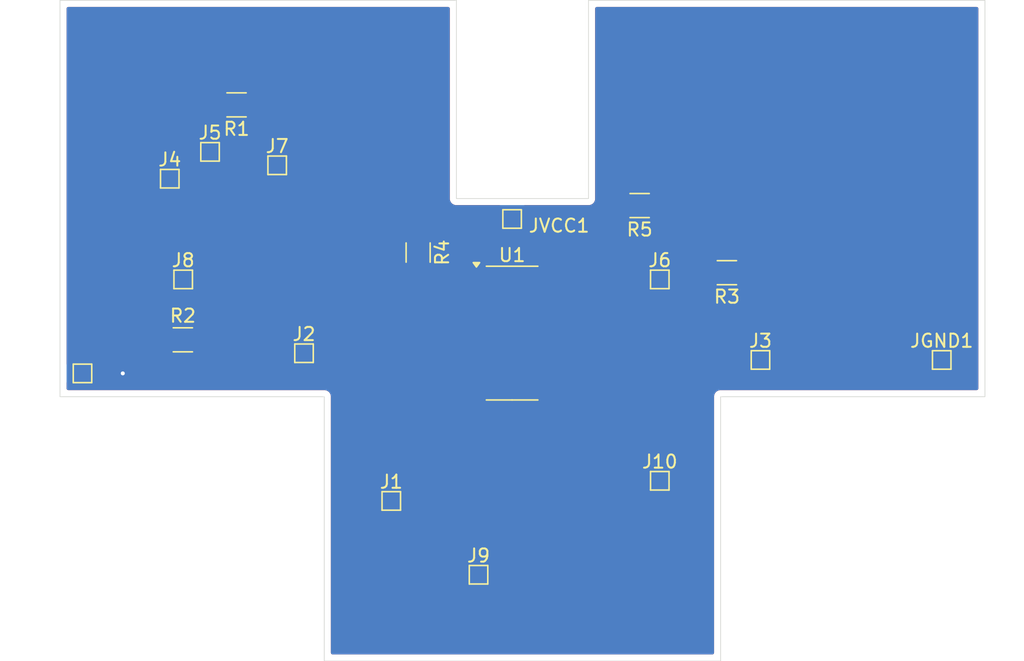
<source format=kicad_pcb>
(kicad_pcb (version 20240108) (generator "pcbnew") (generator_version "8.0")
  (layers (0 "F.Cu" signal) (31 "B.Cu" signal) (34 "B.Paste" user) (35 "F.Paste" user) (36 "B.SilkS" user "B.Silkscreen") (37 "F.SilkS" user "F.Silkscreen") (38 "B.Mask" user) (39 "F.Mask" user) (44 "Edge.Cuts" user))
  (net 0 "")
  (net 1 "Net-(J1-Pin_1)")
  (net 2 "Net-(J2-Pin_1)")
  (net 3 "Net-(J3-Pin_1)")
  (net 4 "Net-(J4-Pin_1)")
  (net 5 "Net-(J5-Pin_1)")
  (net 6 "Net-(J6-Pin_1)")
  (net 7 "Net-(J7-Pin_1)")
  (net 8 "Net-(J8-Pin_1)")
  (net 9 "Net-(J9-Pin_1)")
  (net 10 "Net-(J10-Pin_1)")
  (net 14 "+3.3V")
  (net 15 "GND")
  (net 16 "Net-(U1-~{EN})")
  (footprint "Resistor_SMD:R_1206_3216Metric_Pad1.30x1.75mm_HandSolder" (layer "F.Cu") (at 183.362 57.912 180)
    (property "Reference" "R1" (at 0 -1.82 180) (layer "F.SilkS"))
    (property "Value" "10K")
    (fp_line (start -0.727064 0.91) (end 0.727064 0.91) (stroke (width 0.12)) (layer "F.SilkS"))
    (fp_line (start -0.727064 -0.91) (end 0.727064 -0.91) (stroke (width 0.12)) (layer "F.SilkS"))
    (pad "1" smd roundrect (at -1.55 0 180) (size 1.3 1.75) (layers "F.Cu" "F.Paste" "F.Mask") (roundrect_rratio 0.192308) (net 15 "GND"))
    (pad "2" smd roundrect (at 1.55 0 180) (size 1.3 1.75) (layers "F.Cu" "F.Paste" "F.Mask") (roundrect_rratio 0.192308) (net 5 "Net-(J5-Pin_1)"))
  )
  (footprint "TestPoint:TestPoint_Pad_1.0x1.0mm" (layer "F.Cu") (at 201.676 93.472)
    (property "Reference" "J9" (at 0 -1.448 0) (layer "F.SilkS"))
    (property "Value" "Conn_01x01_Pin")
    (fp_line (start -0.7 -0.7) (end 0.7 -0.7) (stroke (width 0.12)) (layer "F.SilkS"))
    (fp_line (start -0.7 0.7) (end -0.7 -0.7) (stroke (width 0.12)) (layer "F.SilkS"))
    (fp_line (start 0.7 -0.7) (end 0.7 0.7) (stroke (width 0.12)) (layer "F.SilkS"))
    (fp_line (start 0.7 0.7) (end -0.7 0.7) (stroke (width 0.12)) (layer "F.SilkS"))
    (pad "1" smd rect (at 0 0) (size 1 1) (layers "F.Cu" "F.Mask") (net 9 "Net-(J9-Pin_1)"))
  )
  (footprint "TestPoint:TestPoint_Pad_1.0x1.0mm" (layer "F.Cu") (at 223.012 77.216)
    (property "Reference" "J3" (at 0 -1.448 0) (layer "F.SilkS"))
    (property "Value" "Conn_01x01_Pin")
    (fp_line (start -0.7 -0.7) (end 0.7 -0.7) (stroke (width 0.12)) (layer "F.SilkS"))
    (fp_line (start -0.7 0.7) (end -0.7 -0.7) (stroke (width 0.12)) (layer "F.SilkS"))
    (fp_line (start 0.7 -0.7) (end 0.7 0.7) (stroke (width 0.12)) (layer "F.SilkS"))
    (fp_line (start 0.7 0.7) (end -0.7 0.7) (stroke (width 0.12)) (layer "F.SilkS"))
    (pad "1" smd rect (at 0 0) (size 1 1) (layers "F.Cu" "F.Mask") (net 3 "Net-(J3-Pin_1)"))
  )
  (footprint "Package_SO:SO-16_3.9x9.9mm_P1.27mm" (layer "F.Cu") (at 204.216 75.184)
    (property "Reference" "U1" (at 0 -5.9 0) (layer "F.SilkS"))
    (property "Value" "74157")
    (fp_line (start 0 -5.06) (end -1.95 -5.06) (stroke (width 0.12)) (layer "F.SilkS"))
    (fp_line (start 0 -5.06) (end 1.95 -5.06) (stroke (width 0.12)) (layer "F.SilkS"))
    (fp_line (start 0 5.06) (end -1.95 5.06) (stroke (width 0.12)) (layer "F.SilkS"))
    (fp_line (start 0 5.06) (end 1.95 5.06) (stroke (width 0.12)) (layer "F.SilkS"))
    (fp_poly (pts (xy -2.7 -5.005) (xy -2.94 -5.335) (xy -2.46 -5.335) (xy -2.7 -5.005)) (stroke (width 0.12)) (fill solid) (layer "F.SilkS"))
    (pad "1" smd roundrect (at -2.575 -4.445) (size 1.75 0.6) (layers "F.Cu" "F.Paste" "F.Mask") (net 7 "Net-(J7-Pin_1)"))
    (pad "2" smd roundrect (at -2.575 -3.175) (size 1.75 0.6) (layers "F.Cu" "F.Paste" "F.Mask") (net 5 "Net-(J5-Pin_1)"))
    (pad "3" smd roundrect (at -2.575 -1.905) (size 1.75 0.6) (layers "F.Cu" "F.Paste" "F.Mask") (net 4 "Net-(J4-Pin_1)"))
    (pad "4" smd roundrect (at -2.575 -0.635) (size 1.75 0.6) (layers "F.Cu" "F.Paste" "F.Mask") (net 8 "Net-(J8-Pin_1)"))
    (pad "5" smd roundrect (at -2.575 0.635) (size 1.75 0.6) (layers "F.Cu" "F.Paste" "F.Mask") (net 2 "Net-(J2-Pin_1)"))
    (pad "6" smd roundrect (at -2.575 1.905) (size 1.75 0.6) (layers "F.Cu" "F.Paste" "F.Mask") (net 1 "Net-(J1-Pin_1)"))
    (pad "7" smd roundrect (at -2.575 3.175) (size 1.75 0.6) (layers "F.Cu" "F.Paste" "F.Mask") (net 9 "Net-(J9-Pin_1)"))
    (pad "8" smd roundrect (at -2.575 4.445) (size 1.75 0.6) (layers "F.Cu" "F.Paste" "F.Mask") (net 15 "GND"))
    (pad "9" smd roundrect (at 2.575 4.445) (size 1.75 0.6) (layers "F.Cu" "F.Paste" "F.Mask"))
    (pad "10" smd roundrect (at 2.575 3.175) (size 1.75 0.6) (layers "F.Cu" "F.Paste" "F.Mask"))
    (pad "11" smd roundrect (at 2.575 1.905) (size 1.75 0.6) (layers "F.Cu" "F.Paste" "F.Mask"))
    (pad "12" smd roundrect (at 2.575 0.635) (size 1.75 0.6) (layers "F.Cu" "F.Paste" "F.Mask") (net 10 "Net-(J10-Pin_1)"))
    (pad "13" smd roundrect (at 2.575 -0.635) (size 1.75 0.6) (layers "F.Cu" "F.Paste" "F.Mask") (net 3 "Net-(J3-Pin_1)"))
    (pad "14" smd roundrect (at 2.575 -1.905) (size 1.75 0.6) (layers "F.Cu" "F.Paste" "F.Mask") (net 6 "Net-(J6-Pin_1)"))
    (pad "15" smd roundrect (at 2.575 -3.175) (size 1.75 0.6) (layers "F.Cu" "F.Paste" "F.Mask") (net 16 "Net-(U1-~{EN})"))
    (pad "16" smd roundrect (at 2.575 -4.445) (size 1.75 0.6) (layers "F.Cu" "F.Paste" "F.Mask") (net 14 "+3.3V"))
  )
  (footprint "TestPoint:TestPoint_Pad_1.0x1.0mm" (layer "F.Cu") (at 179.324 71.12)
    (property "Reference" "J8" (at 0 -1.448 0) (layer "F.SilkS"))
    (property "Value" "Conn_01x01_Pin")
    (fp_line (start -0.7 -0.7) (end 0.7 -0.7) (stroke (width 0.12)) (layer "F.SilkS"))
    (fp_line (start -0.7 0.7) (end -0.7 -0.7) (stroke (width 0.12)) (layer "F.SilkS"))
    (fp_line (start 0.7 -0.7) (end 0.7 0.7) (stroke (width 0.12)) (layer "F.SilkS"))
    (fp_line (start 0.7 0.7) (end -0.7 0.7) (stroke (width 0.12)) (layer "F.SilkS"))
    (pad "1" smd rect (at 0 0) (size 1 1) (layers "F.Cu" "F.Mask") (net 8 "Net-(J8-Pin_1)"))
  )
  (footprint "TestPoint:TestPoint_Pad_1.0x1.0mm" (layer "F.Cu") (at 186.436 62.484)
    (property "Reference" "J7" (at 0 -1.448 0) (layer "F.SilkS"))
    (property "Value" "Conn_01x01_Pin")
    (fp_line (start -0.7 -0.7) (end 0.7 -0.7) (stroke (width 0.12)) (layer "F.SilkS"))
    (fp_line (start -0.7 0.7) (end -0.7 -0.7) (stroke (width 0.12)) (layer "F.SilkS"))
    (fp_line (start 0.7 -0.7) (end 0.7 0.7) (stroke (width 0.12)) (layer "F.SilkS"))
    (fp_line (start 0.7 0.7) (end -0.7 0.7) (stroke (width 0.12)) (layer "F.SilkS"))
    (pad "1" smd rect (at 0 0) (size 1 1) (layers "F.Cu" "F.Mask") (net 7 "Net-(J7-Pin_1)"))
  )
  (footprint "TestPoint:TestPoint_Pad_1.0x1.0mm" (layer "F.Cu") (at 195.072 87.884)
    (property "Reference" "J1" (at 0 -1.448 0) (layer "F.SilkS"))
    (property "Value" "Conn_01x01_Pin")
    (fp_line (start -0.7 -0.7) (end 0.7 -0.7) (stroke (width 0.12)) (layer "F.SilkS"))
    (fp_line (start -0.7 0.7) (end -0.7 -0.7) (stroke (width 0.12)) (layer "F.SilkS"))
    (fp_line (start 0.7 -0.7) (end 0.7 0.7) (stroke (width 0.12)) (layer "F.SilkS"))
    (fp_line (start 0.7 0.7) (end -0.7 0.7) (stroke (width 0.12)) (layer "F.SilkS"))
    (pad "1" smd rect (at 0 0) (size 1 1) (layers "F.Cu" "F.Mask") (net 1 "Net-(J1-Pin_1)"))
  )
  (footprint "Resistor_SMD:R_1206_3216Metric_Pad1.30x1.75mm_HandSolder" (layer "F.Cu") (at 220.472 70.612 180)
    (property "Reference" "R3" (at 0 -1.82 180) (layer "F.SilkS"))
    (property "Value" "10K")
    (fp_line (start -0.727064 0.91) (end 0.727064 0.91) (stroke (width 0.12)) (layer "F.SilkS"))
    (fp_line (start -0.727064 -0.91) (end 0.727064 -0.91) (stroke (width 0.12)) (layer "F.SilkS"))
    (pad "1" smd roundrect (at -1.55 0 180) (size 1.3 1.75) (layers "F.Cu" "F.Paste" "F.Mask") (roundrect_rratio 0.192308) (net 15 "GND"))
    (pad "2" smd roundrect (at 1.55 0 180) (size 1.3 1.75) (layers "F.Cu" "F.Paste" "F.Mask") (roundrect_rratio 0.192308) (net 6 "Net-(J6-Pin_1)"))
  )
  (footprint "TestPoint:TestPoint_Pad_1.0x1.0mm" (layer "F.Cu") (at 204.216 66.548)
    (property "Reference" "JVCC1" (at 3.556 0.508 0) (layer "F.SilkS"))
    (property "Value" "Conn_01x01_Pin")
    (fp_line (start -0.7 -0.7) (end 0.7 -0.7) (stroke (width 0.12)) (layer "F.SilkS"))
    (fp_line (start -0.7 0.7) (end -0.7 -0.7) (stroke (width 0.12)) (layer "F.SilkS"))
    (fp_line (start 0.7 -0.7) (end 0.7 0.7) (stroke (width 0.12)) (layer "F.SilkS"))
    (fp_line (start 0.7 0.7) (end -0.7 0.7) (stroke (width 0.12)) (layer "F.SilkS"))
    (pad "1" smd rect (at 0 0) (size 1 1) (layers "F.Cu" "F.Mask") (net 14 "+3.3V"))
  )
  (footprint "TestPoint:TestPoint_Pad_1.0x1.0mm" (layer "F.Cu") (at 178.308 63.5)
    (property "Reference" "J4" (at 0 -1.448 0) (layer "F.SilkS"))
    (property "Value" "Conn_01x01_Pin")
    (fp_line (start -0.7 -0.7) (end 0.7 -0.7) (stroke (width 0.12)) (layer "F.SilkS"))
    (fp_line (start -0.7 0.7) (end -0.7 -0.7) (stroke (width 0.12)) (layer "F.SilkS"))
    (fp_line (start 0.7 -0.7) (end 0.7 0.7) (stroke (width 0.12)) (layer "F.SilkS"))
    (fp_line (start 0.7 0.7) (end -0.7 0.7) (stroke (width 0.12)) (layer "F.SilkS"))
    (pad "1" smd rect (at 0 0) (size 1 1) (layers "F.Cu" "F.Mask") (net 4 "Net-(J4-Pin_1)"))
  )
  (footprint "Resistor_SMD:R_1206_3216Metric_Pad1.30x1.75mm_HandSolder" (layer "F.Cu") (at 197.104 69.088 -90)
    (property "Reference" "R4" (at 0 -1.82 90) (layer "F.SilkS"))
    (property "Value" "10K")
    (fp_line (start -0.727064 0.91) (end 0.727064 0.91) (stroke (width 0.12)) (layer "F.SilkS"))
    (fp_line (start -0.727064 -0.91) (end 0.727064 -0.91) (stroke (width 0.12)) (layer "F.SilkS"))
    (pad "1" smd roundrect (at -1.55 0 270) (size 1.3 1.75) (layers "F.Cu" "F.Paste" "F.Mask") (roundrect_rratio 0.192308) (net 14 "+3.3V"))
    (pad "2" smd roundrect (at 1.55 0 270) (size 1.3 1.75) (layers "F.Cu" "F.Paste" "F.Mask") (roundrect_rratio 0.192308) (net 7 "Net-(J7-Pin_1)"))
  )
  (footprint "Resistor_SMD:R_1206_3216Metric_Pad1.30x1.75mm_HandSolder" (layer "F.Cu") (at 213.868 65.532 180)
    (property "Reference" "R5" (at 0 -1.82 180) (layer "F.SilkS"))
    (property "Value" "10K")
    (fp_line (start -0.727064 0.91) (end 0.727064 0.91) (stroke (width 0.12)) (layer "F.SilkS"))
    (fp_line (start -0.727064 -0.91) (end 0.727064 -0.91) (stroke (width 0.12)) (layer "F.SilkS"))
    (pad "1" smd roundrect (at -1.55 0 180) (size 1.3 1.75) (layers "F.Cu" "F.Paste" "F.Mask") (roundrect_rratio 0.192308) (net 15 "GND"))
    (pad "2" smd roundrect (at 1.55 0 180) (size 1.3 1.75) (layers "F.Cu" "F.Paste" "F.Mask") (roundrect_rratio 0.192308) (net 16 "Net-(U1-~{EN})"))
  )
  (footprint "TestPoint:TestPoint_Pad_1.0x1.0mm" (layer "F.Cu") (at 171.704 78.232)
    (property "Reference" "JGND2" (hide yes))
    (property "Value" "Conn_01x01_Pin")
    (fp_line (start -0.7 -0.7) (end 0.7 -0.7) (stroke (width 0.12)) (layer "F.SilkS"))
    (fp_line (start -0.7 0.7) (end -0.7 -0.7) (stroke (width 0.12)) (layer "F.SilkS"))
    (fp_line (start 0.7 -0.7) (end 0.7 0.7) (stroke (width 0.12)) (layer "F.SilkS"))
    (fp_line (start 0.7 0.7) (end -0.7 0.7) (stroke (width 0.12)) (layer "F.SilkS"))
    (pad "1" smd rect (at 0 0) (size 1 1) (layers "F.Cu" "F.Mask") (net 15 "GND"))
  )
  (footprint "TestPoint:TestPoint_Pad_1.0x1.0mm" (layer "F.Cu") (at 236.728 77.216)
    (property "Reference" "JGND1" (at 0 -1.448 0) (layer "F.SilkS"))
    (property "Value" "Conn_01x01_Pin")
    (fp_line (start -0.7 -0.7) (end 0.7 -0.7) (stroke (width 0.12)) (layer "F.SilkS"))
    (fp_line (start -0.7 0.7) (end -0.7 -0.7) (stroke (width 0.12)) (layer "F.SilkS"))
    (fp_line (start 0.7 -0.7) (end 0.7 0.7) (stroke (width 0.12)) (layer "F.SilkS"))
    (fp_line (start 0.7 0.7) (end -0.7 0.7) (stroke (width 0.12)) (layer "F.SilkS"))
    (pad "1" smd rect (at 0 0) (size 1 1) (layers "F.Cu" "F.Mask") (net 15 "GND"))
  )
  (footprint "Resistor_SMD:R_1206_3216Metric_Pad1.30x1.75mm_HandSolder" (layer "F.Cu") (at 179.298 75.692)
    (property "Reference" "R2" (at 0 -1.82 0) (layer "F.SilkS"))
    (property "Value" "10K")
    (fp_line (start -0.727064 -0.91) (end 0.727064 -0.91) (stroke (width 0.12)) (layer "F.SilkS"))
    (fp_line (start -0.727064 0.91) (end 0.727064 0.91) (stroke (width 0.12)) (layer "F.SilkS"))
    (pad "1" smd roundrect (at -1.55 0) (size 1.3 1.75) (layers "F.Cu" "F.Paste" "F.Mask") (roundrect_rratio 0.192308) (net 15 "GND"))
    (pad "2" smd roundrect (at 1.55 0) (size 1.3 1.75) (layers "F.Cu" "F.Paste" "F.Mask") (roundrect_rratio 0.192308) (net 2 "Net-(J2-Pin_1)"))
  )
  (footprint "TestPoint:TestPoint_Pad_1.0x1.0mm" (layer "F.Cu") (at 215.392 71.12)
    (property "Reference" "J6" (at 0 -1.448 0) (layer "F.SilkS"))
    (property "Value" "Conn_01x01_Pin")
    (fp_line (start -0.7 -0.7) (end 0.7 -0.7) (stroke (width 0.12)) (layer "F.SilkS"))
    (fp_line (start -0.7 0.7) (end -0.7 -0.7) (stroke (width 0.12)) (layer "F.SilkS"))
    (fp_line (start 0.7 -0.7) (end 0.7 0.7) (stroke (width 0.12)) (layer "F.SilkS"))
    (fp_line (start 0.7 0.7) (end -0.7 0.7) (stroke (width 0.12)) (layer "F.SilkS"))
    (pad "1" smd rect (at 0 0) (size 1 1) (layers "F.Cu" "F.Mask") (net 6 "Net-(J6-Pin_1)"))
  )
  (footprint "TestPoint:TestPoint_Pad_1.0x1.0mm" (layer "F.Cu") (at 188.468 76.708)
    (property "Reference" "J2" (at 0 -1.448 0) (layer "F.SilkS"))
    (property "Value" "Conn_01x01_Pin")
    (fp_line (start -0.7 -0.7) (end 0.7 -0.7) (stroke (width 0.12)) (layer "F.SilkS"))
    (fp_line (start -0.7 0.7) (end -0.7 -0.7) (stroke (width 0.12)) (layer "F.SilkS"))
    (fp_line (start 0.7 -0.7) (end 0.7 0.7) (stroke (width 0.12)) (layer "F.SilkS"))
    (fp_line (start 0.7 0.7) (end -0.7 0.7) (stroke (width 0.12)) (layer "F.SilkS"))
    (pad "1" smd rect (at 0 0) (size 1 1) (layers "F.Cu" "F.Mask") (net 2 "Net-(J2-Pin_1)"))
  )
  (footprint "TestPoint:TestPoint_Pad_1.0x1.0mm" (layer "F.Cu") (at 215.392 86.36)
    (property "Reference" "J10" (at 0 -1.448 0) (layer "F.SilkS"))
    (property "Value" "Conn_01x01_Pin")
    (fp_line (start -0.7 -0.7) (end 0.7 -0.7) (stroke (width 0.12)) (layer "F.SilkS"))
    (fp_line (start -0.7 0.7) (end -0.7 -0.7) (stroke (width 0.12)) (layer "F.SilkS"))
    (fp_line (start 0.7 -0.7) (end 0.7 0.7) (stroke (width 0.12)) (layer "F.SilkS"))
    (fp_line (start 0.7 0.7) (end -0.7 0.7) (stroke (width 0.12)) (layer "F.SilkS"))
    (pad "1" smd rect (at 0 0) (size 1 1) (layers "F.Cu" "F.Mask") (net 10 "Net-(J10-Pin_1)"))
  )
  (footprint "TestPoint:TestPoint_Pad_1.0x1.0mm" (layer "F.Cu") (at 181.356 61.468)
    (property "Reference" "J5" (at 0 -1.448 0) (layer "F.SilkS"))
    (property "Value" "Conn_01x01_Pin")
    (fp_line (start -0.7 -0.7) (end 0.7 -0.7) (stroke (width 0.12)) (layer "F.SilkS"))
    (fp_line (start -0.7 0.7) (end -0.7 -0.7) (stroke (width 0.12)) (layer "F.SilkS"))
    (fp_line (start 0.7 -0.7) (end 0.7 0.7) (stroke (width 0.12)) (layer "F.SilkS"))
    (fp_line (start 0.7 0.7) (end -0.7 0.7) (stroke (width 0.12)) (layer "F.SilkS"))
    (pad "1" smd rect (at 0 0) (size 1 1) (layers "F.Cu" "F.Mask") (net 5 "Net-(J5-Pin_1)"))
  )
  (gr_poly (pts (xy 170 50) (xy 200 50) (xy 200 65) (xy 210 65) (xy 210 50) (xy 240 50) (xy 240 80) (xy 220 80) (xy 220 100) (xy 190 100) (xy 190 80) (xy 170 80)) (stroke (width 0.05)) (fill none) (layer "Edge.Cuts"))
  (segment (start 195.072 80.264) (end 195.072 87.884) (width 0.2) (layer "F.Cu") (net 1))
  (segment (start 201.641 77.089) (end 198.247 77.089) (width 0.2) (layer "F.Cu") (net 1))
  (segment (start 201.514 77.216) (end 201.641 77.089) (width 0.2) (layer "F.Cu") (net 1))
  (segment (start 198.247 77.089) (end 195.072 80.264) (width 0.2) (layer "F.Cu") (net 1))
  (segment (start 188.468 76.708) (end 181.864 76.708) (width 0.2) (layer "F.Cu") (net 2))
  (segment (start 201.641 75.819) (end 189.357 75.819) (width 0.2) (layer "F.Cu") (net 2))
  (segment (start 181.864 76.708) (end 180.848 75.692) (width 0.2) (layer "F.Cu") (net 2))
  (segment (start 189.357 75.819) (end 188.468 76.708) (width 0.2) (layer "F.Cu") (net 2))
  (segment (start 223.012 77.216) (end 220.345 74.549) (width 0.2) (layer "F.Cu") (net 3))
  (segment (start 206.791 74.549) (end 219.837 74.549) (width 0.2) (layer "F.Cu") (net 3))
  (segment (start 220.345 74.549) (end 219.837 74.549) (width 0.2) (layer "F.Cu") (net 3))
  (segment (start 178.308 63.5) (end 179.324 63.5) (width 0.2) (layer "F.Cu") (net 4))
  (segment (start 179.324 63.5) (end 188.976 73.152) (width 0.2) (layer "F.Cu") (net 4))
  (segment (start 193.167 73.279) (end 193.04 73.152) (width 0.2) (layer "F.Cu") (net 4))
  (segment (start 188.976 73.152) (end 193.04 73.152) (width 0.2) (layer "F.Cu") (net 4))
  (segment (start 201.641 73.279) (end 193.167 73.279) (width 0.2) (layer "F.Cu") (net 4))
  (segment (start 181.812 57.912) (end 181.812 61.012) (width 0.2) (layer "F.Cu") (net 5))
  (segment (start 190.881 72.009) (end 190.5 71.628) (width 0.2) (layer "F.Cu") (net 5))
  (segment (start 201.641 72.009) (end 190.881 72.009) (width 0.2) (layer "F.Cu") (net 5))
  (segment (start 190.5 70.612) (end 181.356 61.468) (width 0.2) (layer "F.Cu") (net 5))
  (segment (start 181.812 61.012) (end 181.356 61.468) (width 0.2) (layer "F.Cu") (net 5))
  (segment (start 190.5 71.628) (end 190.5 70.612) (width 0.2) (layer "F.Cu") (net 5))
  (segment (start 206.791 73.279) (end 216.789 73.279) (width 0.2) (layer "F.Cu") (net 6))
  (segment (start 215.392 71.12) (end 216.89 72.618) (width 0.2) (layer "F.Cu") (net 6))
  (segment (start 216.89 72.618) (end 216.916 72.618) (width 0.2) (layer "F.Cu") (net 6))
  (segment (start 216.916 72.618) (end 218.922 70.612) (width 0.2) (layer "F.Cu") (net 6))
  (segment (start 216.916 73.152) (end 216.916 72.618) (width 0.2) (layer "F.Cu") (net 6))
  (segment (start 216.789 73.279) (end 216.916 73.152) (width 0.2) (layer "F.Cu") (net 6))
  (segment (start 201.641 70.739) (end 197.205 70.739) (width 0.2) (layer "F.Cu") (net 7))
  (segment (start 193.066 70.638) (end 186.436 64.008) (width 0.2) (layer "F.Cu") (net 7))
  (segment (start 197.104 70.638) (end 193.066 70.638) (width 0.2) (layer "F.Cu") (net 7))
  (segment (start 186.436 64.008) (end 186.436 62.484) (width 0.2) (layer "F.Cu") (net 7))
  (segment (start 197.205 70.739) (end 197.104 70.638) (width 0.2) (layer "F.Cu") (net 7))
  (segment (start 180.848 71.12) (end 179.324 71.12) (width 0.2) (layer "F.Cu") (net 8))
  (segment (start 201.514 74.676) (end 184.404 74.676) (width 0.2) (layer "F.Cu") (net 8))
  (segment (start 184.404 74.676) (end 180.848 71.12) (width 0.2) (layer "F.Cu") (net 8))
  (segment (start 201.641 74.549) (end 201.514 74.676) (width 0.2) (layer "F.Cu") (net 8))
  (segment (start 200.766001 78.359) (end 201.641 78.359) (width 0.2) (layer "F.Cu") (net 9))
  (segment (start 201.676 93.472) (end 201.676 83.82) (width 0.2) (layer "F.Cu") (net 9))
  (segment (start 199.136 79.989001) (end 200.766001 78.359) (width 0.2) (layer "F.Cu") (net 9))
  (segment (start 201.676 83.82) (end 199.136 81.28) (width 0.2) (layer "F.Cu") (net 9))
  (segment (start 201.514 78.232) (end 201.641 78.359) (width 0.2) (layer "F.Cu") (net 9))
  (segment (start 199.136 81.28) (end 199.136 79.989001) (width 0.2) (layer "F.Cu") (net 9))
  (segment (start 215.392 76.2) (end 215.392 86.36) (width 0.2) (layer "F.Cu") (net 10))
  (segment (start 206.791 75.819) (end 215.011 75.819) (width 0.2) (layer "F.Cu") (net 10))
  (segment (start 215.011 75.819) (end 215.392 76.2) (width 0.2) (layer "F.Cu") (net 10))
  (segment (start 197.104 67.538) (end 197.13 67.538) (width 0.2) (layer "F.Cu") (net 14))
  (segment (start 197.13 67.538) (end 198.12 66.548) (width 0.2) (layer "F.Cu") (net 14))
  (segment (start 209.042 66.548) (end 204.216 66.548) (width 0.2) (layer "F.Cu") (net 14))
  (segment (start 209.169 66.675) (end 209.042 66.548) (width 0.2) (layer "F.Cu") (net 14))
  (segment (start 209.169 70.739) (end 209.169 66.675) (width 0.2) (layer "F.Cu") (net 14))
  (segment (start 206.791 70.739) (end 209.169 70.739) (width 0.2) (layer "F.Cu") (net 14))
  (segment (start 198.12 66.548) (end 204.216 66.548) (width 0.2) (layer "F.Cu") (net 14))
  (segment (start 171.704 78.232) (end 174.752 78.232) (width 0.2) (layer "F.Cu") (net 15))
  (via (at 174.752 78.232) (size 0.6) (drill 0.3) (layers "F.Cu" "B.Cu") (net 15))
  (segment (start 174.752 78.232) (end 176.276 78.232) (width 0.2) (layer "B.Cu") (net 15))
  (segment (start 210.947 72.009) (end 212.318 70.638) (width 0.2) (layer "F.Cu") (net 16))
  (segment (start 206.791 72.009) (end 210.947 72.009) (width 0.2) (layer "F.Cu") (net 16))
  (segment (start 212.318 70.638) (end 212.318 65.532) (width 0.2) (layer "F.Cu") (net 16))
  (zone (net 15) (net_name "GND") (layer "F.Cu") (priority 1) (connect_pads (clearance 0.5)) (min_thickness 0.25) (fill yes (thermal_gap 0.5) (thermal_bridge_width 0.5))
    (polygon (pts (xy 200 50) (xy 200 65) (xy 210 65) (xy 210 50) (xy 240 50) (xy 240 80) (xy 220 80) (xy 220 100) (xy 190 100) (xy 190 80) (xy 170 80) (xy 170 50)))
  )
  (zone (net 15) (net_name "GND") (layer "B.Cu") (connect_pads (clearance 0.5)) (min_thickness 0.25) (fill yes (thermal_gap 0.5) (thermal_bridge_width 0.5))
    (polygon (pts (xy 210 50) (xy 210 65) (xy 200 65) (xy 200 50) (xy 170 50) (xy 170 80) (xy 190 80) (xy 190 100) (xy 220 100) (xy 220 80) (xy 240 80) (xy 240 50)))
  )
)
</source>
